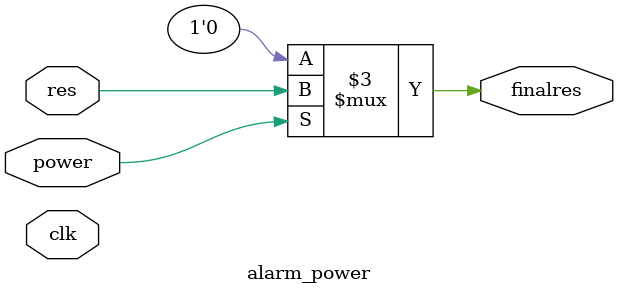
<source format=v>
`timescale 1ns / 1ps


module alarm_power(clk,res,power,finalres);
input clk;
input res;
input power;
output reg finalres;


always @ (clk)
begin
if(power)
finalres<=res;
else
finalres<=0;
end

endmodule

</source>
